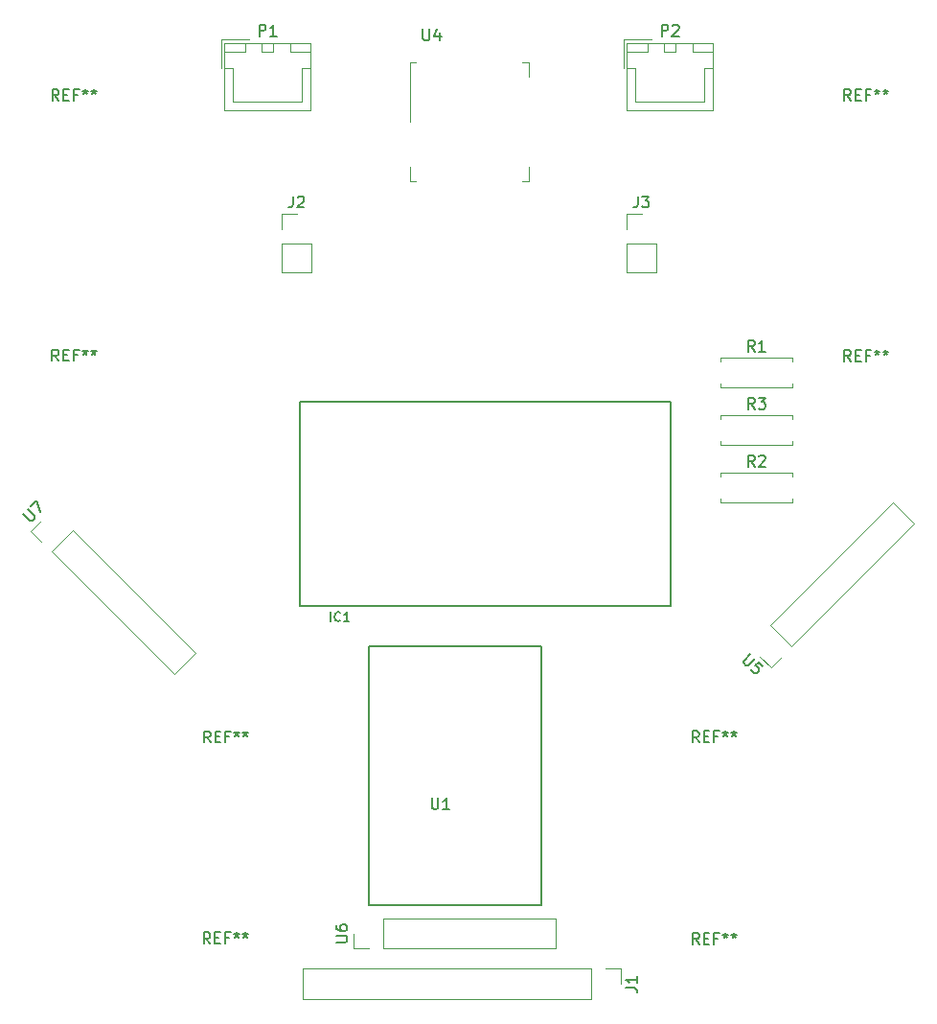
<source format=gto>
G04 #@! TF.FileFunction,Legend,Top*
%FSLAX46Y46*%
G04 Gerber Fmt 4.6, Leading zero omitted, Abs format (unit mm)*
G04 Created by KiCad (PCBNEW 4.0.2+dfsg1-stable) date Wed 12 Sep 2018 10:04:51 PM CEST*
%MOMM*%
G01*
G04 APERTURE LIST*
%ADD10C,0.100000*%
%ADD11C,0.150000*%
%ADD12C,0.120000*%
%ADD13C,0.160000*%
G04 APERTURE END LIST*
D10*
D11*
X109220000Y-106934000D02*
X109220000Y-88900000D01*
X76454000Y-88900000D02*
X76454000Y-106934000D01*
X109220000Y-106934000D02*
X76454000Y-106934000D01*
X76454000Y-88900000D02*
X109220000Y-88900000D01*
D12*
X76775000Y-139005000D02*
X76775000Y-141665000D01*
X102235000Y-139005000D02*
X76775000Y-139005000D01*
X102235000Y-141665000D02*
X76775000Y-141665000D01*
X102235000Y-139005000D02*
X102235000Y-141665000D01*
X103505000Y-139005000D02*
X104835000Y-139005000D01*
X104835000Y-139005000D02*
X104835000Y-140335000D01*
X74870000Y-77530000D02*
X77530000Y-77530000D01*
X74870000Y-74930000D02*
X74870000Y-77530000D01*
X77530000Y-74930000D02*
X77530000Y-77530000D01*
X74870000Y-74930000D02*
X77530000Y-74930000D01*
X74870000Y-73660000D02*
X74870000Y-72330000D01*
X74870000Y-72330000D02*
X76200000Y-72330000D01*
X105350000Y-77530000D02*
X108010000Y-77530000D01*
X105350000Y-74930000D02*
X105350000Y-77530000D01*
X108010000Y-74930000D02*
X108010000Y-77530000D01*
X105350000Y-74930000D02*
X108010000Y-74930000D01*
X105350000Y-73660000D02*
X105350000Y-72330000D01*
X105350000Y-72330000D02*
X106680000Y-72330000D01*
X113630000Y-85380000D02*
X113630000Y-85050000D01*
X113630000Y-85050000D02*
X120050000Y-85050000D01*
X120050000Y-85050000D02*
X120050000Y-85380000D01*
X113630000Y-87340000D02*
X113630000Y-87670000D01*
X113630000Y-87670000D02*
X120050000Y-87670000D01*
X120050000Y-87670000D02*
X120050000Y-87340000D01*
X113630000Y-95540000D02*
X113630000Y-95210000D01*
X113630000Y-95210000D02*
X120050000Y-95210000D01*
X120050000Y-95210000D02*
X120050000Y-95540000D01*
X113630000Y-97500000D02*
X113630000Y-97830000D01*
X113630000Y-97830000D02*
X120050000Y-97830000D01*
X120050000Y-97830000D02*
X120050000Y-97500000D01*
X113630000Y-90460000D02*
X113630000Y-90130000D01*
X113630000Y-90130000D02*
X120050000Y-90130000D01*
X120050000Y-90130000D02*
X120050000Y-90460000D01*
X113630000Y-92420000D02*
X113630000Y-92750000D01*
X113630000Y-92750000D02*
X120050000Y-92750000D01*
X120050000Y-92750000D02*
X120050000Y-92420000D01*
D11*
X82550000Y-110490000D02*
X97790000Y-110490000D01*
X97790000Y-110490000D02*
X97790000Y-133350000D01*
X97790000Y-133350000D02*
X82550000Y-133350000D01*
X82550000Y-133350000D02*
X82550000Y-110490000D01*
D12*
X96150000Y-58970000D02*
X96700000Y-58970000D01*
X96700000Y-58970000D02*
X96700000Y-60220000D01*
X96150000Y-69470000D02*
X96700000Y-69470000D01*
X96700000Y-69470000D02*
X96700000Y-68220000D01*
X86750000Y-58970000D02*
X86200000Y-58970000D01*
X86200000Y-58970000D02*
X86200000Y-64220000D01*
X86750000Y-69470000D02*
X86200000Y-69470000D01*
X86200000Y-69470000D02*
X86200000Y-68220000D01*
X130767211Y-99713693D02*
X128886307Y-97832789D01*
X119948478Y-110532426D02*
X130767211Y-99713693D01*
X118067574Y-108651522D02*
X128886307Y-97832789D01*
X119948478Y-110532426D02*
X118067574Y-108651522D01*
X119050452Y-111430452D02*
X118110000Y-112370904D01*
X118110000Y-112370904D02*
X117169548Y-111430452D01*
X99120000Y-137220000D02*
X99120000Y-134560000D01*
X83820000Y-137220000D02*
X99120000Y-137220000D01*
X83820000Y-134560000D02*
X99120000Y-134560000D01*
X83820000Y-137220000D02*
X83820000Y-134560000D01*
X82550000Y-137220000D02*
X81220000Y-137220000D01*
X81220000Y-137220000D02*
X81220000Y-135890000D01*
X65386307Y-112987211D02*
X67267211Y-111106307D01*
X54567574Y-102168478D02*
X65386307Y-112987211D01*
X56448478Y-100287574D02*
X67267211Y-111106307D01*
X54567574Y-102168478D02*
X56448478Y-100287574D01*
X53669548Y-101270452D02*
X52729096Y-100330000D01*
X52729096Y-100330000D02*
X53669548Y-99389548D01*
X69840000Y-57240000D02*
X69840000Y-63190000D01*
X69840000Y-63190000D02*
X77440000Y-63190000D01*
X77440000Y-63190000D02*
X77440000Y-57240000D01*
X77440000Y-57240000D02*
X69840000Y-57240000D01*
X73140000Y-57240000D02*
X73140000Y-57990000D01*
X73140000Y-57990000D02*
X74140000Y-57990000D01*
X74140000Y-57990000D02*
X74140000Y-57240000D01*
X74140000Y-57240000D02*
X73140000Y-57240000D01*
X69840000Y-57240000D02*
X69840000Y-57990000D01*
X69840000Y-57990000D02*
X71640000Y-57990000D01*
X71640000Y-57990000D02*
X71640000Y-57240000D01*
X71640000Y-57240000D02*
X69840000Y-57240000D01*
X75640000Y-57240000D02*
X75640000Y-57990000D01*
X75640000Y-57990000D02*
X77440000Y-57990000D01*
X77440000Y-57990000D02*
X77440000Y-57240000D01*
X77440000Y-57240000D02*
X75640000Y-57240000D01*
X69840000Y-59490000D02*
X70590000Y-59490000D01*
X70590000Y-59490000D02*
X70590000Y-62440000D01*
X70590000Y-62440000D02*
X73640000Y-62440000D01*
X77440000Y-59490000D02*
X76690000Y-59490000D01*
X76690000Y-59490000D02*
X76690000Y-62440000D01*
X76690000Y-62440000D02*
X73640000Y-62440000D01*
X72040000Y-56940000D02*
X69540000Y-56940000D01*
X69540000Y-56940000D02*
X69540000Y-59440000D01*
X105400000Y-57240000D02*
X105400000Y-63190000D01*
X105400000Y-63190000D02*
X113000000Y-63190000D01*
X113000000Y-63190000D02*
X113000000Y-57240000D01*
X113000000Y-57240000D02*
X105400000Y-57240000D01*
X108700000Y-57240000D02*
X108700000Y-57990000D01*
X108700000Y-57990000D02*
X109700000Y-57990000D01*
X109700000Y-57990000D02*
X109700000Y-57240000D01*
X109700000Y-57240000D02*
X108700000Y-57240000D01*
X105400000Y-57240000D02*
X105400000Y-57990000D01*
X105400000Y-57990000D02*
X107200000Y-57990000D01*
X107200000Y-57990000D02*
X107200000Y-57240000D01*
X107200000Y-57240000D02*
X105400000Y-57240000D01*
X111200000Y-57240000D02*
X111200000Y-57990000D01*
X111200000Y-57990000D02*
X113000000Y-57990000D01*
X113000000Y-57990000D02*
X113000000Y-57240000D01*
X113000000Y-57240000D02*
X111200000Y-57240000D01*
X105400000Y-59490000D02*
X106150000Y-59490000D01*
X106150000Y-59490000D02*
X106150000Y-62440000D01*
X106150000Y-62440000D02*
X109200000Y-62440000D01*
X113000000Y-59490000D02*
X112250000Y-59490000D01*
X112250000Y-59490000D02*
X112250000Y-62440000D01*
X112250000Y-62440000D02*
X109200000Y-62440000D01*
X107600000Y-56940000D02*
X105100000Y-56940000D01*
X105100000Y-56940000D02*
X105100000Y-59440000D01*
D11*
X111760167Y-119010581D02*
X111426833Y-118534390D01*
X111188738Y-119010581D02*
X111188738Y-118010581D01*
X111569691Y-118010581D01*
X111664929Y-118058200D01*
X111712548Y-118105819D01*
X111760167Y-118201057D01*
X111760167Y-118343914D01*
X111712548Y-118439152D01*
X111664929Y-118486771D01*
X111569691Y-118534390D01*
X111188738Y-118534390D01*
X112188738Y-118486771D02*
X112522072Y-118486771D01*
X112664929Y-119010581D02*
X112188738Y-119010581D01*
X112188738Y-118010581D01*
X112664929Y-118010581D01*
X113426834Y-118486771D02*
X113093500Y-118486771D01*
X113093500Y-119010581D02*
X113093500Y-118010581D01*
X113569691Y-118010581D01*
X114093500Y-118010581D02*
X114093500Y-118248676D01*
X113855405Y-118153438D02*
X114093500Y-118248676D01*
X114331596Y-118153438D01*
X113950643Y-118439152D02*
X114093500Y-118248676D01*
X114236358Y-118439152D01*
X114855405Y-118010581D02*
X114855405Y-118248676D01*
X114617310Y-118153438D02*
X114855405Y-118248676D01*
X115093501Y-118153438D01*
X114712548Y-118439152D02*
X114855405Y-118248676D01*
X114998263Y-118439152D01*
D13*
X79229048Y-108311905D02*
X79229048Y-107511905D01*
X80067143Y-108235714D02*
X80029048Y-108273810D01*
X79914762Y-108311905D01*
X79838572Y-108311905D01*
X79724286Y-108273810D01*
X79648095Y-108197619D01*
X79610000Y-108121429D01*
X79571905Y-107969048D01*
X79571905Y-107854762D01*
X79610000Y-107702381D01*
X79648095Y-107626190D01*
X79724286Y-107550000D01*
X79838572Y-107511905D01*
X79914762Y-107511905D01*
X80029048Y-107550000D01*
X80067143Y-107588095D01*
X80829048Y-108311905D02*
X80371905Y-108311905D01*
X80600476Y-108311905D02*
X80600476Y-107511905D01*
X80524286Y-107626190D01*
X80448095Y-107702381D01*
X80371905Y-107740476D01*
D11*
X105287381Y-140668333D02*
X106001667Y-140668333D01*
X106144524Y-140715953D01*
X106239762Y-140811191D01*
X106287381Y-140954048D01*
X106287381Y-141049286D01*
X106287381Y-139668333D02*
X106287381Y-140239762D01*
X106287381Y-139954048D02*
X105287381Y-139954048D01*
X105430238Y-140049286D01*
X105525476Y-140144524D01*
X105573095Y-140239762D01*
X75866667Y-70782381D02*
X75866667Y-71496667D01*
X75819047Y-71639524D01*
X75723809Y-71734762D01*
X75580952Y-71782381D01*
X75485714Y-71782381D01*
X76295238Y-70877619D02*
X76342857Y-70830000D01*
X76438095Y-70782381D01*
X76676191Y-70782381D01*
X76771429Y-70830000D01*
X76819048Y-70877619D01*
X76866667Y-70972857D01*
X76866667Y-71068095D01*
X76819048Y-71210952D01*
X76247619Y-71782381D01*
X76866667Y-71782381D01*
X106346667Y-70782381D02*
X106346667Y-71496667D01*
X106299047Y-71639524D01*
X106203809Y-71734762D01*
X106060952Y-71782381D01*
X105965714Y-71782381D01*
X106727619Y-70782381D02*
X107346667Y-70782381D01*
X107013333Y-71163333D01*
X107156191Y-71163333D01*
X107251429Y-71210952D01*
X107299048Y-71258571D01*
X107346667Y-71353810D01*
X107346667Y-71591905D01*
X107299048Y-71687143D01*
X107251429Y-71734762D01*
X107156191Y-71782381D01*
X106870476Y-71782381D01*
X106775238Y-71734762D01*
X106727619Y-71687143D01*
X116673334Y-84502381D02*
X116340000Y-84026190D01*
X116101905Y-84502381D02*
X116101905Y-83502381D01*
X116482858Y-83502381D01*
X116578096Y-83550000D01*
X116625715Y-83597619D01*
X116673334Y-83692857D01*
X116673334Y-83835714D01*
X116625715Y-83930952D01*
X116578096Y-83978571D01*
X116482858Y-84026190D01*
X116101905Y-84026190D01*
X117625715Y-84502381D02*
X117054286Y-84502381D01*
X117340000Y-84502381D02*
X117340000Y-83502381D01*
X117244762Y-83645238D01*
X117149524Y-83740476D01*
X117054286Y-83788095D01*
X116673334Y-94662381D02*
X116340000Y-94186190D01*
X116101905Y-94662381D02*
X116101905Y-93662381D01*
X116482858Y-93662381D01*
X116578096Y-93710000D01*
X116625715Y-93757619D01*
X116673334Y-93852857D01*
X116673334Y-93995714D01*
X116625715Y-94090952D01*
X116578096Y-94138571D01*
X116482858Y-94186190D01*
X116101905Y-94186190D01*
X117054286Y-93757619D02*
X117101905Y-93710000D01*
X117197143Y-93662381D01*
X117435239Y-93662381D01*
X117530477Y-93710000D01*
X117578096Y-93757619D01*
X117625715Y-93852857D01*
X117625715Y-93948095D01*
X117578096Y-94090952D01*
X117006667Y-94662381D01*
X117625715Y-94662381D01*
X116673334Y-89582381D02*
X116340000Y-89106190D01*
X116101905Y-89582381D02*
X116101905Y-88582381D01*
X116482858Y-88582381D01*
X116578096Y-88630000D01*
X116625715Y-88677619D01*
X116673334Y-88772857D01*
X116673334Y-88915714D01*
X116625715Y-89010952D01*
X116578096Y-89058571D01*
X116482858Y-89106190D01*
X116101905Y-89106190D01*
X117006667Y-88582381D02*
X117625715Y-88582381D01*
X117292381Y-88963333D01*
X117435239Y-88963333D01*
X117530477Y-89010952D01*
X117578096Y-89058571D01*
X117625715Y-89153810D01*
X117625715Y-89391905D01*
X117578096Y-89487143D01*
X117530477Y-89534762D01*
X117435239Y-89582381D01*
X117149524Y-89582381D01*
X117054286Y-89534762D01*
X117006667Y-89487143D01*
X88138095Y-123912381D02*
X88138095Y-124721905D01*
X88185714Y-124817143D01*
X88233333Y-124864762D01*
X88328571Y-124912381D01*
X88519048Y-124912381D01*
X88614286Y-124864762D01*
X88661905Y-124817143D01*
X88709524Y-124721905D01*
X88709524Y-123912381D01*
X89709524Y-124912381D02*
X89138095Y-124912381D01*
X89423809Y-124912381D02*
X89423809Y-123912381D01*
X89328571Y-124055238D01*
X89233333Y-124150476D01*
X89138095Y-124198095D01*
X87363095Y-56022381D02*
X87363095Y-56831905D01*
X87410714Y-56927143D01*
X87458333Y-56974762D01*
X87553571Y-57022381D01*
X87744048Y-57022381D01*
X87839286Y-56974762D01*
X87886905Y-56927143D01*
X87934524Y-56831905D01*
X87934524Y-56022381D01*
X88839286Y-56355714D02*
X88839286Y-57022381D01*
X88601190Y-55974762D02*
X88363095Y-56689048D01*
X88982143Y-56689048D01*
X116310918Y-111211586D02*
X115738498Y-111784006D01*
X115704826Y-111885021D01*
X115704826Y-111952364D01*
X115738498Y-112053379D01*
X115873186Y-112188067D01*
X115974201Y-112221739D01*
X116041544Y-112221739D01*
X116142559Y-112188067D01*
X116714979Y-111615647D01*
X117388414Y-112289082D02*
X117051696Y-111952364D01*
X116681308Y-112255410D01*
X116748651Y-112255410D01*
X116849666Y-112289081D01*
X117018025Y-112457441D01*
X117051697Y-112558456D01*
X117051697Y-112625799D01*
X117018025Y-112726815D01*
X116849666Y-112895174D01*
X116748651Y-112928845D01*
X116681308Y-112928845D01*
X116580292Y-112895174D01*
X116411933Y-112726814D01*
X116378261Y-112625799D01*
X116378261Y-112558456D01*
X79672381Y-136651905D02*
X80481905Y-136651905D01*
X80577143Y-136604286D01*
X80624762Y-136556667D01*
X80672381Y-136461429D01*
X80672381Y-136270952D01*
X80624762Y-136175714D01*
X80577143Y-136128095D01*
X80481905Y-136080476D01*
X79672381Y-136080476D01*
X79672381Y-135175714D02*
X79672381Y-135366191D01*
X79720000Y-135461429D01*
X79767619Y-135509048D01*
X79910476Y-135604286D01*
X80100952Y-135651905D01*
X80481905Y-135651905D01*
X80577143Y-135604286D01*
X80624762Y-135556667D01*
X80672381Y-135461429D01*
X80672381Y-135270952D01*
X80624762Y-135175714D01*
X80577143Y-135128095D01*
X80481905Y-135080476D01*
X80243810Y-135080476D01*
X80148571Y-135128095D01*
X80100952Y-135175714D01*
X80053333Y-135270952D01*
X80053333Y-135461429D01*
X80100952Y-135556667D01*
X80148571Y-135604286D01*
X80243810Y-135651905D01*
X52036468Y-98833964D02*
X52608888Y-99406384D01*
X52709903Y-99440056D01*
X52777246Y-99440056D01*
X52878261Y-99406384D01*
X53012949Y-99271696D01*
X53046621Y-99170681D01*
X53046621Y-99103338D01*
X53012949Y-99002323D01*
X52440529Y-98429903D01*
X52709903Y-98160529D02*
X53181308Y-97689124D01*
X53585368Y-98699277D01*
X55181667Y-62330481D02*
X54848333Y-61854290D01*
X54610238Y-62330481D02*
X54610238Y-61330481D01*
X54991191Y-61330481D01*
X55086429Y-61378100D01*
X55134048Y-61425719D01*
X55181667Y-61520957D01*
X55181667Y-61663814D01*
X55134048Y-61759052D01*
X55086429Y-61806671D01*
X54991191Y-61854290D01*
X54610238Y-61854290D01*
X55610238Y-61806671D02*
X55943572Y-61806671D01*
X56086429Y-62330481D02*
X55610238Y-62330481D01*
X55610238Y-61330481D01*
X56086429Y-61330481D01*
X56848334Y-61806671D02*
X56515000Y-61806671D01*
X56515000Y-62330481D02*
X56515000Y-61330481D01*
X56991191Y-61330481D01*
X57515000Y-61330481D02*
X57515000Y-61568576D01*
X57276905Y-61473338D02*
X57515000Y-61568576D01*
X57753096Y-61473338D01*
X57372143Y-61759052D02*
X57515000Y-61568576D01*
X57657858Y-61759052D01*
X58276905Y-61330481D02*
X58276905Y-61568576D01*
X58038810Y-61473338D02*
X58276905Y-61568576D01*
X58515001Y-61473338D01*
X58134048Y-61759052D02*
X58276905Y-61568576D01*
X58419763Y-61759052D01*
X55168967Y-85317481D02*
X54835633Y-84841290D01*
X54597538Y-85317481D02*
X54597538Y-84317481D01*
X54978491Y-84317481D01*
X55073729Y-84365100D01*
X55121348Y-84412719D01*
X55168967Y-84507957D01*
X55168967Y-84650814D01*
X55121348Y-84746052D01*
X55073729Y-84793671D01*
X54978491Y-84841290D01*
X54597538Y-84841290D01*
X55597538Y-84793671D02*
X55930872Y-84793671D01*
X56073729Y-85317481D02*
X55597538Y-85317481D01*
X55597538Y-84317481D01*
X56073729Y-84317481D01*
X56835634Y-84793671D02*
X56502300Y-84793671D01*
X56502300Y-85317481D02*
X56502300Y-84317481D01*
X56978491Y-84317481D01*
X57502300Y-84317481D02*
X57502300Y-84555576D01*
X57264205Y-84460338D02*
X57502300Y-84555576D01*
X57740396Y-84460338D01*
X57359443Y-84746052D02*
X57502300Y-84555576D01*
X57645158Y-84746052D01*
X58264205Y-84317481D02*
X58264205Y-84555576D01*
X58026110Y-84460338D02*
X58264205Y-84555576D01*
X58502301Y-84460338D01*
X58121348Y-84746052D02*
X58264205Y-84555576D01*
X58407063Y-84746052D01*
X125158667Y-62343181D02*
X124825333Y-61866990D01*
X124587238Y-62343181D02*
X124587238Y-61343181D01*
X124968191Y-61343181D01*
X125063429Y-61390800D01*
X125111048Y-61438419D01*
X125158667Y-61533657D01*
X125158667Y-61676514D01*
X125111048Y-61771752D01*
X125063429Y-61819371D01*
X124968191Y-61866990D01*
X124587238Y-61866990D01*
X125587238Y-61819371D02*
X125920572Y-61819371D01*
X126063429Y-62343181D02*
X125587238Y-62343181D01*
X125587238Y-61343181D01*
X126063429Y-61343181D01*
X126825334Y-61819371D02*
X126492000Y-61819371D01*
X126492000Y-62343181D02*
X126492000Y-61343181D01*
X126968191Y-61343181D01*
X127492000Y-61343181D02*
X127492000Y-61581276D01*
X127253905Y-61486038D02*
X127492000Y-61581276D01*
X127730096Y-61486038D01*
X127349143Y-61771752D02*
X127492000Y-61581276D01*
X127634858Y-61771752D01*
X128253905Y-61343181D02*
X128253905Y-61581276D01*
X128015810Y-61486038D02*
X128253905Y-61581276D01*
X128492001Y-61486038D01*
X128111048Y-61771752D02*
X128253905Y-61581276D01*
X128396763Y-61771752D01*
X125158667Y-85355581D02*
X124825333Y-84879390D01*
X124587238Y-85355581D02*
X124587238Y-84355581D01*
X124968191Y-84355581D01*
X125063429Y-84403200D01*
X125111048Y-84450819D01*
X125158667Y-84546057D01*
X125158667Y-84688914D01*
X125111048Y-84784152D01*
X125063429Y-84831771D01*
X124968191Y-84879390D01*
X124587238Y-84879390D01*
X125587238Y-84831771D02*
X125920572Y-84831771D01*
X126063429Y-85355581D02*
X125587238Y-85355581D01*
X125587238Y-84355581D01*
X126063429Y-84355581D01*
X126825334Y-84831771D02*
X126492000Y-84831771D01*
X126492000Y-85355581D02*
X126492000Y-84355581D01*
X126968191Y-84355581D01*
X127492000Y-84355581D02*
X127492000Y-84593676D01*
X127253905Y-84498438D02*
X127492000Y-84593676D01*
X127730096Y-84498438D01*
X127349143Y-84784152D02*
X127492000Y-84593676D01*
X127634858Y-84784152D01*
X128253905Y-84355581D02*
X128253905Y-84593676D01*
X128015810Y-84498438D02*
X128253905Y-84593676D01*
X128492001Y-84498438D01*
X128111048Y-84784152D02*
X128253905Y-84593676D01*
X128396763Y-84784152D01*
X111772867Y-136828681D02*
X111439533Y-136352490D01*
X111201438Y-136828681D02*
X111201438Y-135828681D01*
X111582391Y-135828681D01*
X111677629Y-135876300D01*
X111725248Y-135923919D01*
X111772867Y-136019157D01*
X111772867Y-136162014D01*
X111725248Y-136257252D01*
X111677629Y-136304871D01*
X111582391Y-136352490D01*
X111201438Y-136352490D01*
X112201438Y-136304871D02*
X112534772Y-136304871D01*
X112677629Y-136828681D02*
X112201438Y-136828681D01*
X112201438Y-135828681D01*
X112677629Y-135828681D01*
X113439534Y-136304871D02*
X113106200Y-136304871D01*
X113106200Y-136828681D02*
X113106200Y-135828681D01*
X113582391Y-135828681D01*
X114106200Y-135828681D02*
X114106200Y-136066776D01*
X113868105Y-135971538D02*
X114106200Y-136066776D01*
X114344296Y-135971538D01*
X113963343Y-136257252D02*
X114106200Y-136066776D01*
X114249058Y-136257252D01*
X114868105Y-135828681D02*
X114868105Y-136066776D01*
X114630010Y-135971538D02*
X114868105Y-136066776D01*
X115106201Y-135971538D01*
X114725248Y-136257252D02*
X114868105Y-136066776D01*
X115010963Y-136257252D01*
X68580167Y-119023281D02*
X68246833Y-118547090D01*
X68008738Y-119023281D02*
X68008738Y-118023281D01*
X68389691Y-118023281D01*
X68484929Y-118070900D01*
X68532548Y-118118519D01*
X68580167Y-118213757D01*
X68580167Y-118356614D01*
X68532548Y-118451852D01*
X68484929Y-118499471D01*
X68389691Y-118547090D01*
X68008738Y-118547090D01*
X69008738Y-118499471D02*
X69342072Y-118499471D01*
X69484929Y-119023281D02*
X69008738Y-119023281D01*
X69008738Y-118023281D01*
X69484929Y-118023281D01*
X70246834Y-118499471D02*
X69913500Y-118499471D01*
X69913500Y-119023281D02*
X69913500Y-118023281D01*
X70389691Y-118023281D01*
X70913500Y-118023281D02*
X70913500Y-118261376D01*
X70675405Y-118166138D02*
X70913500Y-118261376D01*
X71151596Y-118166138D01*
X70770643Y-118451852D02*
X70913500Y-118261376D01*
X71056358Y-118451852D01*
X71675405Y-118023281D02*
X71675405Y-118261376D01*
X71437310Y-118166138D02*
X71675405Y-118261376D01*
X71913501Y-118166138D01*
X71532548Y-118451852D02*
X71675405Y-118261376D01*
X71818263Y-118451852D01*
X68567467Y-136790581D02*
X68234133Y-136314390D01*
X67996038Y-136790581D02*
X67996038Y-135790581D01*
X68376991Y-135790581D01*
X68472229Y-135838200D01*
X68519848Y-135885819D01*
X68567467Y-135981057D01*
X68567467Y-136123914D01*
X68519848Y-136219152D01*
X68472229Y-136266771D01*
X68376991Y-136314390D01*
X67996038Y-136314390D01*
X68996038Y-136266771D02*
X69329372Y-136266771D01*
X69472229Y-136790581D02*
X68996038Y-136790581D01*
X68996038Y-135790581D01*
X69472229Y-135790581D01*
X70234134Y-136266771D02*
X69900800Y-136266771D01*
X69900800Y-136790581D02*
X69900800Y-135790581D01*
X70376991Y-135790581D01*
X70900800Y-135790581D02*
X70900800Y-136028676D01*
X70662705Y-135933438D02*
X70900800Y-136028676D01*
X71138896Y-135933438D01*
X70757943Y-136219152D02*
X70900800Y-136028676D01*
X71043658Y-136219152D01*
X71662705Y-135790581D02*
X71662705Y-136028676D01*
X71424610Y-135933438D02*
X71662705Y-136028676D01*
X71900801Y-135933438D01*
X71519848Y-136219152D02*
X71662705Y-136028676D01*
X71805563Y-136219152D01*
X72901905Y-56642381D02*
X72901905Y-55642381D01*
X73282858Y-55642381D01*
X73378096Y-55690000D01*
X73425715Y-55737619D01*
X73473334Y-55832857D01*
X73473334Y-55975714D01*
X73425715Y-56070952D01*
X73378096Y-56118571D01*
X73282858Y-56166190D01*
X72901905Y-56166190D01*
X74425715Y-56642381D02*
X73854286Y-56642381D01*
X74140000Y-56642381D02*
X74140000Y-55642381D01*
X74044762Y-55785238D01*
X73949524Y-55880476D01*
X73854286Y-55928095D01*
X108461905Y-56642381D02*
X108461905Y-55642381D01*
X108842858Y-55642381D01*
X108938096Y-55690000D01*
X108985715Y-55737619D01*
X109033334Y-55832857D01*
X109033334Y-55975714D01*
X108985715Y-56070952D01*
X108938096Y-56118571D01*
X108842858Y-56166190D01*
X108461905Y-56166190D01*
X109414286Y-55737619D02*
X109461905Y-55690000D01*
X109557143Y-55642381D01*
X109795239Y-55642381D01*
X109890477Y-55690000D01*
X109938096Y-55737619D01*
X109985715Y-55832857D01*
X109985715Y-55928095D01*
X109938096Y-56070952D01*
X109366667Y-56642381D01*
X109985715Y-56642381D01*
M02*

</source>
